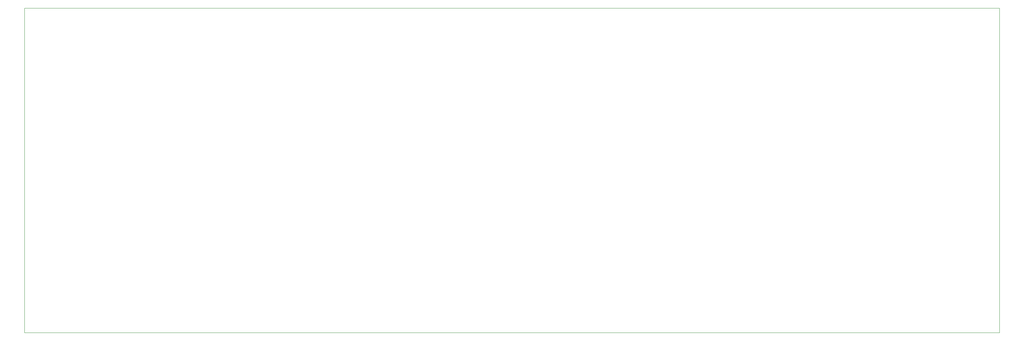
<source format=gbr>
G04 #@! TF.GenerationSoftware,KiCad,Pcbnew,(5.1.7)-1*
G04 #@! TF.CreationDate,2020-11-09T23:38:36-05:00*
G04 #@! TF.ProjectId,OpeNITHM-full,4f70654e-4954-4484-9d2d-66756c6c2e6b,rev?*
G04 #@! TF.SameCoordinates,Original*
G04 #@! TF.FileFunction,Profile,NP*
%FSLAX46Y46*%
G04 Gerber Fmt 4.6, Leading zero omitted, Abs format (unit mm)*
G04 Created by KiCad (PCBNEW (5.1.7)-1) date 2020-11-09 23:38:36*
%MOMM*%
%LPD*%
G01*
G04 APERTURE LIST*
G04 #@! TA.AperFunction,Profile*
%ADD10C,0.150000*%
G04 #@! TD*
G04 APERTURE END LIST*
D10*
X-92000000Y-14000000D02*
X-92000000Y-174000000D01*
X388000000Y-174000000D02*
X-92000000Y-174000000D01*
X388000000Y-14000000D02*
X388000000Y-174000000D01*
X-92000000Y-14000000D02*
X388000000Y-14000000D01*
M02*

</source>
